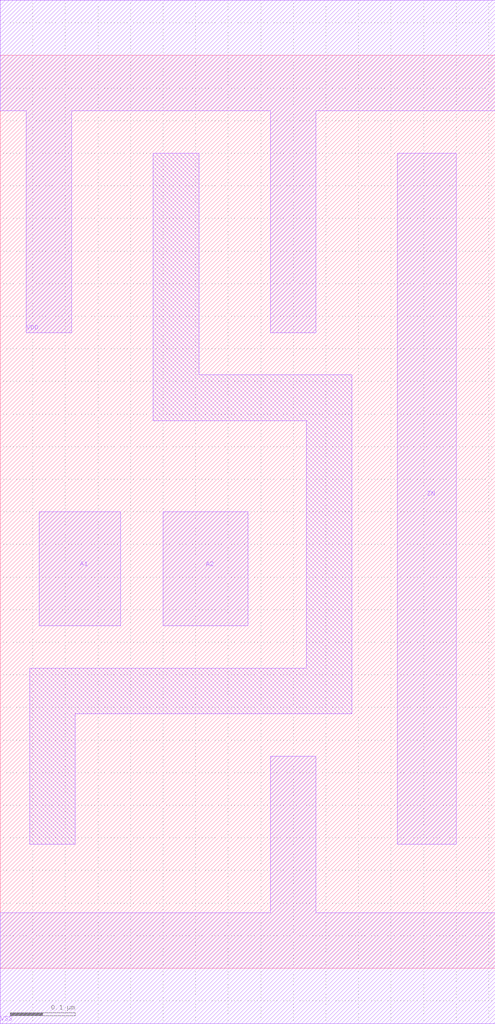
<source format=lef>
# 
# ******************************************************************************
# *                                                                            *
# *                   Copyright (C) 2004-2010, Nangate Inc.                    *
# *                           All rights reserved.                             *
# *                                                                            *
# * Nangate and the Nangate logo are trademarks of Nangate Inc.                *
# *                                                                            *
# * All trademarks, logos, software marks, and trade names (collectively the   *
# * "Marks") in this program are proprietary to Nangate or other respective    *
# * owners that have granted Nangate the right and license to use such Marks.  *
# * You are not permitted to use the Marks without the prior written consent   *
# * of Nangate or such third party that may own the Marks.                     *
# *                                                                            *
# * This file has been provided pursuant to a License Agreement containing     *
# * restrictions on its use. This file contains valuable trade secrets and     *
# * proprietary information of Nangate Inc., and is protected by U.S. and      *
# * international laws and/or treaties.                                        *
# *                                                                            *
# * The copyright notice(s) in this file does not indicate actual or intended  *
# * publication of this file.                                                  *
# *                                                                            *
# *     NGLibraryCreator, v2010.08-HR32-SP3-2010-08-05 - build 1009061800      *
# *                                                                            *
# ******************************************************************************
# 
# 
# Running on brazil06.nangate.com.br for user Giancarlo Franciscatto (gfr).
# Local time is now Fri, 3 Dec 2010, 19:32:18.
# Main process id is 27821.

VERSION 5.6 ;
BUSBITCHARS "[]" ;
DIVIDERCHAR "/" ;

MACRO AND2_X1
  CLASS core ;
  FOREIGN AND2_X1 0.0 0.0 ;
  ORIGIN 0 0 ;
  SYMMETRY X Y ;
  SITE FreePDK45_38x28_10R_NP_162NW_34O ;
  SIZE 0.76 BY 1.4 ;
  PIN A1
    DIRECTION INPUT ;
    ANTENNAPARTIALMETALAREA 0.021875 LAYER metal1 ;
    ANTENNAPARTIALMETALSIDEAREA 0.078 LAYER metal1 ;
    ANTENNAGATEAREA 0.02625 ;
    PORT
      LAYER metal1 ;
        POLYGON 0.06 0.525 0.185 0.525 0.185 0.7 0.06 0.7  ;
    END
  END A1
  PIN A2
    DIRECTION INPUT ;
    ANTENNAPARTIALMETALAREA 0.02275 LAYER metal1 ;
    ANTENNAPARTIALMETALSIDEAREA 0.0793 LAYER metal1 ;
    ANTENNAGATEAREA 0.02625 ;
    PORT
      LAYER metal1 ;
        POLYGON 0.25 0.525 0.38 0.525 0.38 0.7 0.25 0.7  ;
    END
  END A2
  PIN ZN
    DIRECTION OUTPUT ;
    ANTENNAPARTIALMETALAREA 0.0954 LAYER metal1 ;
    ANTENNAPARTIALMETALSIDEAREA 0.299 LAYER metal1 ;
    ANTENNADIFFAREA 0.109725 ;
    PORT
      LAYER metal1 ;
        POLYGON 0.61 0.19 0.7 0.19 0.7 1.25 0.61 1.25  ;
    END
  END ZN
  PIN VDD
    DIRECTION INOUT ;
    USE power ;
    SHAPE ABUTMENT ;
    PORT
      LAYER metal1 ;
        POLYGON 0 1.315 0.04 1.315 0.04 0.975 0.11 0.975 0.11 1.315 0.415 1.315 0.415 0.975 0.485 0.975 0.485 1.315 0.54 1.315 0.76 1.315 0.76 1.485 0.54 1.485 0 1.485  ;
    END
  END VDD
  PIN VSS
    DIRECTION INOUT ;
    USE ground ;
    SHAPE ABUTMENT ;
    PORT
      LAYER metal1 ;
        POLYGON 0 -0.085 0.76 -0.085 0.76 0.085 0.485 0.085 0.485 0.325 0.415 0.325 0.415 0.085 0 0.085  ;
    END
  END VSS
  OBS
      LAYER metal1 ;
        POLYGON 0.235 0.84 0.47 0.84 0.47 0.46 0.045 0.46 0.045 0.19 0.115 0.19 0.115 0.39 0.54 0.39 0.54 0.91 0.305 0.91 0.305 1.25 0.235 1.25  ;
  END
END AND2_X1

END LIBRARY
#
# End of file
#

</source>
